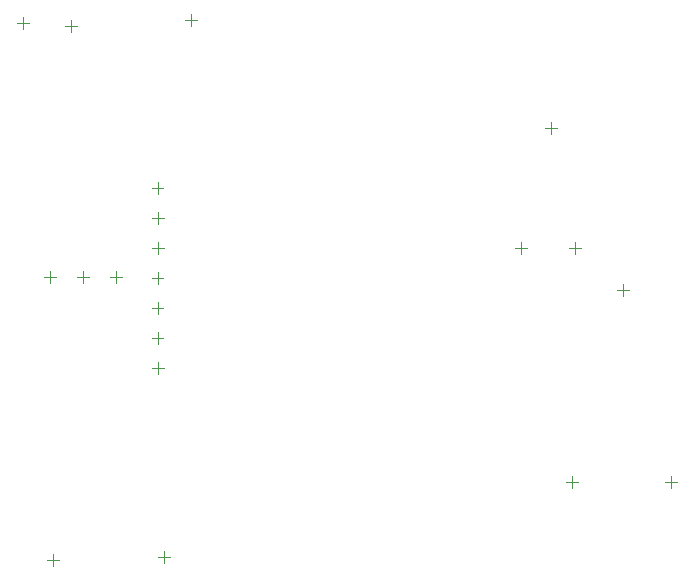
<source format=gbr>
G04*
G04 #@! TF.GenerationSoftware,Altium Limited,Altium Designer,24.1.2 (44)*
G04*
G04 Layer_Color=0*
%FSLAX25Y25*%
%MOIN*%
G70*
G04*
G04 #@! TF.SameCoordinates,E3FF4B23-F407-445B-9987-FD0FFFC61A21*
G04*
G04*
G04 #@! TF.FilePolarity,Positive*
G04*
G01*
G75*
%ADD59C,0.00394*%
%ADD62C,0.00197*%
D59*
X273047Y342032D02*
Y345969D01*
X271079Y344000D02*
X275016D01*
X273047Y392032D02*
Y395969D01*
X271079Y394000D02*
X275016D01*
X273047Y382031D02*
Y385968D01*
X271079Y384000D02*
X275016D01*
X272953Y372031D02*
Y375969D01*
X270984Y374000D02*
X274921D01*
X272953Y362032D02*
Y365968D01*
X270984Y364000D02*
X274921D01*
X272953Y352031D02*
Y355968D01*
X270984Y354000D02*
X274921D01*
X272953Y402032D02*
Y405969D01*
X270984Y404000D02*
X274921D01*
X242032Y458000D02*
X245969D01*
X244000Y456032D02*
Y459969D01*
X275157Y278921D02*
Y282858D01*
X273189Y280890D02*
X277126D01*
D62*
X235032Y374346D02*
X238968D01*
X237000Y372378D02*
Y376315D01*
X246031Y374346D02*
X249969D01*
X248000Y372378D02*
Y376315D01*
X257031Y374346D02*
X260968D01*
X259000Y372378D02*
Y376315D01*
X412000Y382031D02*
Y385968D01*
X410032Y384000D02*
X413969D01*
X404000Y422031D02*
Y425969D01*
X402032Y424000D02*
X405969D01*
X442031Y306000D02*
X445968D01*
X444000Y304031D02*
Y307968D01*
X411000Y304031D02*
Y307968D01*
X409031Y306000D02*
X412968D01*
X426031Y370000D02*
X429969D01*
X428000Y368032D02*
Y371969D01*
X236032Y280000D02*
X239968D01*
X238000Y278031D02*
Y281968D01*
X284000Y458032D02*
Y461969D01*
X282031Y460000D02*
X285968D01*
X394000Y382031D02*
Y385968D01*
X392032Y384000D02*
X395969D01*
X226031Y459000D02*
X229969D01*
X228000Y457031D02*
Y460968D01*
M02*

</source>
